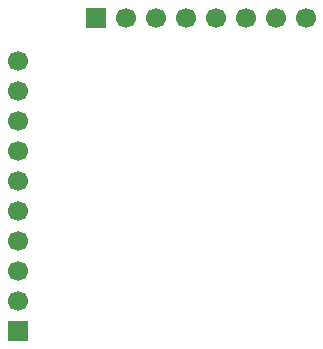
<source format=gbr>
%TF.GenerationSoftware,KiCad,Pcbnew,9.0.3*%
%TF.CreationDate,2025-09-19T00:55:14-04:00*%
%TF.ProjectId,UWB,5557422e-6b69-4636-9164-5f7063625858,rev?*%
%TF.SameCoordinates,Original*%
%TF.FileFunction,Soldermask,Bot*%
%TF.FilePolarity,Negative*%
%FSLAX46Y46*%
G04 Gerber Fmt 4.6, Leading zero omitted, Abs format (unit mm)*
G04 Created by KiCad (PCBNEW 9.0.3) date 2025-09-19 00:55:14*
%MOMM*%
%LPD*%
G01*
G04 APERTURE LIST*
%ADD10R,1.700000X1.700000*%
%ADD11C,1.700000*%
G04 APERTURE END LIST*
D10*
%TO.C,J1*%
X-8890000Y4300000D03*
D11*
X-6350000Y4300000D03*
X-3810000Y4300000D03*
X-1270000Y4300000D03*
X1270000Y4300000D03*
X3810000Y4300000D03*
X6350000Y4300000D03*
X8890000Y4300000D03*
%TD*%
D10*
%TO.C,J2*%
X-15480000Y-22160000D03*
D11*
X-15480000Y-19620000D03*
X-15480000Y-17080000D03*
X-15480000Y-14540000D03*
X-15480000Y-12000000D03*
X-15480000Y-9460000D03*
X-15480000Y-6920000D03*
X-15480000Y-4380000D03*
X-15480000Y-1840000D03*
X-15480000Y700000D03*
%TD*%
M02*

</source>
